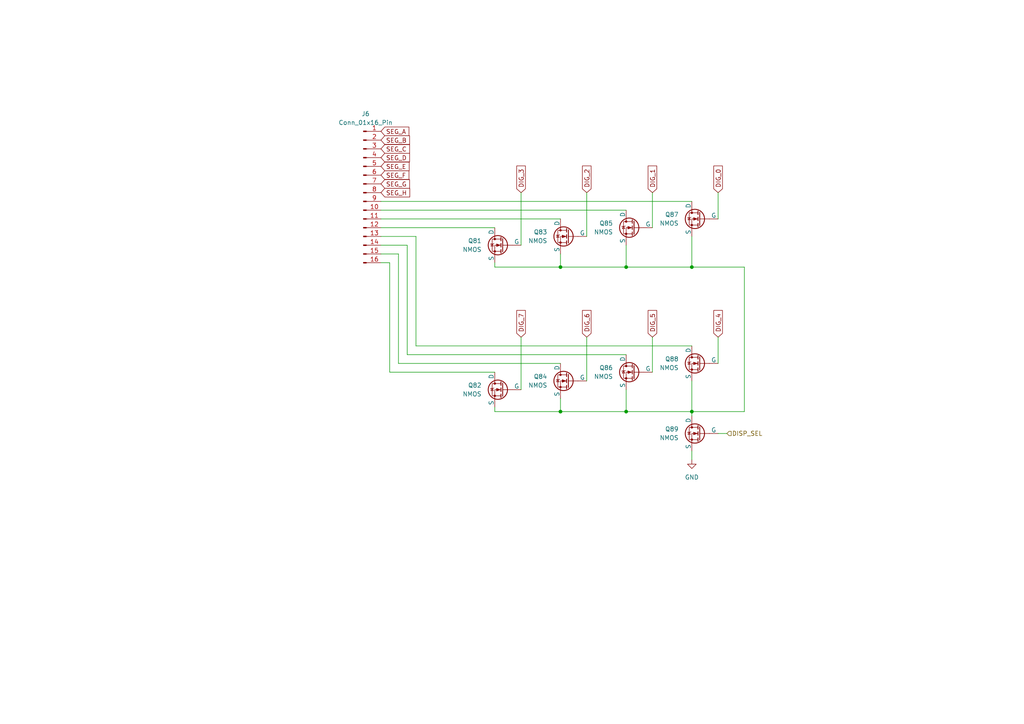
<source format=kicad_sch>
(kicad_sch (version 20231120) (generator "eeschema") (generator_version "8.0")
  (paper "A4")
  (lib_symbols
    (symbol "Connector:Conn_01x16_Pin" (pin_names (offset 1.016) hide)
      (property "Reference" "J" (at 0 20.32 0))
      (property "Value" "Conn_01x16_Pin" (at 0 -22.86 0))
      (symbol "Conn_01x16_Pin_1_1"
        (polyline (pts (xy 1.27 -20.32) (xy 0.8636 -20.32)) (stroke (width 0.1524)))
        (polyline (pts (xy 1.27 -17.78) (xy 0.8636 -17.78)) (stroke (width 0.1524)))
        (polyline (pts (xy 1.27 -15.24) (xy 0.8636 -15.24)) (stroke (width 0.1524)))
        (polyline (pts (xy 1.27 -12.7) (xy 0.8636 -12.7)) (stroke (width 0.1524)))
        (polyline (pts (xy 1.27 -10.16) (xy 0.8636 -10.16)) (stroke (width 0.1524)))
        (polyline (pts (xy 1.27 -7.62) (xy 0.8636 -7.62)) (stroke (width 0.1524)))
        (polyline (pts (xy 1.27 -5.08) (xy 0.8636 -5.08)) (stroke (width 0.1524)))
        (polyline (pts (xy 1.27 -2.54) (xy 0.8636 -2.54)) (stroke (width 0.1524)))
        (polyline (pts (xy 1.27 0) (xy 0.8636 0)) (stroke (width 0.1524)))
        (polyline (pts (xy 1.27 2.54) (xy 0.8636 2.54)) (stroke (width 0.1524)))
        (polyline (pts (xy 1.27 5.08) (xy 0.8636 5.08)) (stroke (width 0.1524)))
        (polyline (pts (xy 1.27 7.62) (xy 0.8636 7.62)) (stroke (width 0.1524)))
        (polyline (pts (xy 1.27 10.16) (xy 0.8636 10.16)) (stroke (width 0.1524)))
        (polyline (pts (xy 1.27 12.7) (xy 0.8636 12.7)) (stroke (width 0.1524)))
        (polyline (pts (xy 1.27 15.24) (xy 0.8636 15.24)) (stroke (width 0.1524)))
        (polyline (pts (xy 1.27 17.78) (xy 0.8636 17.78)) (stroke (width 0.1524)))
        (rectangle (start 0.8636 -20.193) (end 0 -20.447) (stroke (width 0.1524)) (fill (type outline)))
        (rectangle (start 0.8636 -17.653) (end 0 -17.907) (stroke (width 0.1524)) (fill (type outline)))
        (rectangle (start 0.8636 -15.113) (end 0 -15.367) (stroke (width 0.1524)) (fill (type outline)))
        (rectangle (start 0.8636 -12.573) (end 0 -12.827) (stroke (width 0.1524)) (fill (type outline)))
        (rectangle (start 0.8636 -10.033) (end 0 -10.287) (stroke (width 0.1524)) (fill (type outline)))
        (rectangle (start 0.8636 -7.493) (end 0 -7.747) (stroke (width 0.1524)) (fill (type outline)))
        (rectangle (start 0.8636 -4.953) (end 0 -5.207) (stroke (width 0.1524)) (fill (type outline)))
        (rectangle (start 0.8636 -2.413) (end 0 -2.667) (stroke (width 0.1524)) (fill (type outline)))
        (rectangle (start 0.8636 0.127) (end 0 -0.127) (stroke (width 0.1524)) (fill (type outline)))
        (rectangle (start 0.8636 2.667) (end 0 2.413) (stroke (width 0.1524)) (fill (type outline)))
        (rectangle (start 0.8636 5.207) (end 0 4.953) (stroke (width 0.1524)) (fill (type outline)))
        (rectangle (start 0.8636 7.747) (end 0 7.493) (stroke (width 0.1524)) (fill (type outline)))
        (rectangle (start 0.8636 10.287) (end 0 10.033) (stroke (width 0.1524)) (fill (type outline)))
        (rectangle (start 0.8636 12.827) (end 0 12.573) (stroke (width 0.1524)) (fill (type outline)))
        (rectangle (start 0.8636 15.367) (end 0 15.113) (stroke (width 0.1524)) (fill (type outline)))
        (rectangle (start 0.8636 17.907) (end 0 17.653) (stroke (width 0.1524)) (fill (type outline)))
        (pin passive line (at 5.08 17.78 180) (length 3.81) (name "Pin_1") (number "1"))
        (pin passive line (at 5.08 -5.08 180) (length 3.81) (name "Pin_10") (number "10"))
        (pin passive line (at 5.08 -7.62 180) (length 3.81) (name "Pin_11") (number "11"))
        (pin passive line (at 5.08 -10.16 180) (length 3.81) (name "Pin_12") (number "12"))
        (pin passive line (at 5.08 -12.7 180) (length 3.81) (name "Pin_13") (number "13"))
        (pin passive line (at 5.08 -15.24 180) (length 3.81) (name "Pin_14") (number "14"))
        (pin passive line (at 5.08 -17.78 180) (length 3.81) (name "Pin_15") (number "15"))
        (pin passive line (at 5.08 -20.32 180) (length 3.81) (name "Pin_16") (number "16"))
        (pin passive line (at 5.08 15.24 180) (length 3.81) (name "Pin_2") (number "2"))
        (pin passive line (at 5.08 12.7 180) (length 3.81) (name "Pin_3") (number "3"))
        (pin passive line (at 5.08 10.16 180) (length 3.81) (name "Pin_4") (number "4"))
        (pin passive line (at 5.08 7.62 180) (length 3.81) (name "Pin_5") (number "5"))
        (pin passive line (at 5.08 5.08 180) (length 3.81) (name "Pin_6") (number "6"))
        (pin passive line (at 5.08 2.54 180) (length 3.81) (name "Pin_7") (number "7"))
        (pin passive line (at 5.08 0 180) (length 3.81) (name "Pin_8") (number "8"))
        (pin passive line (at 5.08 -2.54 180) (length 3.81) (name "Pin_9") (number "9"))
      )
    )
    (symbol "Simulation_SPICE:NMOS" (pin_numbers hide) (pin_names (offset 0))
      (property "Reference" "Q" (at 5.08 1.27 0))
      (property "Value" "NMOS" (at 5.08 -1.27 0))
      (symbol "NMOS_0_1"
        (polyline (pts (xy 0.254 0) (xy -2.54 0)))
        (polyline (pts (xy 0.254 1.905) (xy 0.254 -1.905)) (stroke (width 0.254)))
        (polyline (pts (xy 0.762 -1.27) (xy 0.762 -2.286)) (stroke (width 0.254)))
        (polyline (pts (xy 0.762 0.508) (xy 0.762 -0.508)) (stroke (width 0.254)))
        (polyline (pts (xy 0.762 2.286) (xy 0.762 1.27)) (stroke (width 0.254)))
        (polyline (pts (xy 2.54 2.54) (xy 2.54 1.778)))
        (polyline (pts (xy 2.54 -2.54) (xy 2.54 0) (xy 0.762 0)))
        (polyline (pts (xy 0.762 -1.778) (xy 3.302 -1.778) (xy 3.302 1.778) (xy 0.762 1.778)))
        (polyline (pts (xy 1.016 0) (xy 2.032 0.381) (xy 2.032 -0.381) (xy 1.016 0)) (fill (type outline)))
        (polyline (pts (xy 2.794 0.508) (xy 2.921 0.381) (xy 3.683 0.381) (xy 3.81 0.254)))
        (polyline (pts (xy 3.302 0.381) (xy 2.921 -0.254) (xy 3.683 -0.254) (xy 3.302 0.381)))
        (circle (center 1.651 0) (radius 2.794) (stroke (width 0.254)))
        (circle (center 2.54 -1.778) (radius 0.254) (fill (type outline)))
        (circle (center 2.54 1.778) (radius 0.254) (fill (type outline)))
      )
      (symbol "NMOS_1_1"
        (pin passive line (at 2.54 5.08 270) (length 2.54) (name "D") (number "1"))
        (pin input line (at -5.08 0 0) (length 2.54) (name "G") (number "2"))
        (pin passive line (at 2.54 -5.08 90) (length 2.54) (name "S") (number "3"))
      )
    )
    (symbol "power:GND" (power) (pin_names (offset 0))
      (property "Value" "GND" (at 0 -3.81 0))
      (symbol "GND_0_1"
        (polyline (pts (xy 0 0) (xy 0 -1.27) (xy 1.27 -1.27) (xy 0 -2.54) (xy -1.27 -1.27) (xy 0 -1.27)))
      )
      (symbol "GND_1_1"
        (pin power_in line (at 0 0 270) (length 0) hide (name "GND") (number "1"))
      )
    )
  )
  (junction (at 200.66 119.38))
  (junction (at 162.56 119.38))
  (junction (at 181.61 119.38))
  (junction (at 181.61 77.47))
  (junction (at 200.66 77.47))
  (junction (at 162.56 77.47))
  (wire (pts (xy 115.57 73.66) (xy 110.49 73.66)))
  (wire (pts (xy 115.57 105.41) (xy 162.56 105.41)))
  (wire (pts (xy 110.49 66.04) (xy 143.51 66.04)))
  (wire (pts (xy 110.49 71.12) (xy 118.11 71.12)))
  (wire (pts (xy 110.49 60.96) (xy 181.61 60.96)))
  (wire (pts (xy 181.61 71.12) (xy 181.61 77.47)))
  (wire (pts (xy 215.9 77.47) (xy 215.9 119.38)))
  (wire (pts (xy 181.61 77.47) (xy 162.56 77.47)))
  (wire (pts (xy 151.13 55.88) (xy 151.13 71.12)))
  (wire (pts (xy 200.66 77.47) (xy 215.9 77.47)))
  (wire (pts (xy 118.11 102.87) (xy 181.61 102.87)))
  (wire (pts (xy 200.66 77.47) (xy 181.61 77.47)))
  (wire (pts (xy 181.61 113.03) (xy 181.61 119.38)))
  (wire (pts (xy 118.11 71.12) (xy 118.11 102.87)))
  (wire (pts (xy 143.51 118.11) (xy 143.51 119.38)))
  (wire (pts (xy 200.66 110.49) (xy 200.66 119.38)))
  (wire (pts (xy 151.13 97.79) (xy 151.13 113.03)))
  (wire (pts (xy 143.51 76.2) (xy 143.51 77.47)))
  (wire (pts (xy 200.66 119.38) (xy 181.61 119.38)))
  (wire (pts (xy 208.28 97.79) (xy 208.28 105.41)))
  (wire (pts (xy 162.56 73.66) (xy 162.56 77.47)))
  (wire (pts (xy 181.61 119.38) (xy 162.56 119.38)))
  (wire (pts (xy 110.49 63.5) (xy 162.56 63.5)))
  (wire (pts (xy 200.66 120.65) (xy 200.66 119.38)))
  (wire (pts (xy 200.66 68.58) (xy 200.66 77.47)))
  (wire (pts (xy 113.03 107.95) (xy 143.51 107.95)))
  (wire (pts (xy 120.65 100.33) (xy 120.65 68.58)))
  (wire (pts (xy 162.56 115.57) (xy 162.56 119.38)))
  (wire (pts (xy 215.9 119.38) (xy 200.66 119.38)))
  (wire (pts (xy 110.49 76.2) (xy 113.03 76.2)))
  (wire (pts (xy 189.23 55.88) (xy 189.23 66.04)))
  (wire (pts (xy 110.49 58.42) (xy 200.66 58.42)))
  (wire (pts (xy 120.65 100.33) (xy 200.66 100.33)))
  (wire (pts (xy 208.28 125.73) (xy 210.82 125.73)))
  (wire (pts (xy 208.28 55.88) (xy 208.28 63.5)))
  (wire (pts (xy 143.51 77.47) (xy 162.56 77.47)))
  (wire (pts (xy 170.18 97.79) (xy 170.18 110.49)))
  (wire (pts (xy 143.51 119.38) (xy 162.56 119.38)))
  (wire (pts (xy 189.23 97.79) (xy 189.23 107.95)))
  (wire (pts (xy 120.65 68.58) (xy 110.49 68.58)))
  (wire (pts (xy 113.03 76.2) (xy 113.03 107.95)))
  (wire (pts (xy 200.66 130.81) (xy 200.66 133.35)))
  (wire (pts (xy 170.18 55.88) (xy 170.18 68.58)))
  (wire (pts (xy 115.57 105.41) (xy 115.57 73.66)))
  (global_label "SEG_G" (shape input) (at 110.49 53.34 0) (property "Intersheetrefs" "${INTERSHEET_REFS}" (effects (hide yes))))
  (global_label "SEG_F" (shape input) (at 110.49 50.8 0) (property "Intersheetrefs" "${INTERSHEET_REFS}" (effects (hide yes))))
  (global_label "DIG_3" (shape input) (at 151.13 55.88 90) (property "Intersheetrefs" "${INTERSHEET_REFS}" (effects (hide yes))))
  (global_label "SEG_H" (shape input) (at 110.49 55.88 0) (property "Intersheetrefs" "${INTERSHEET_REFS}" (effects (hide yes))))
  (global_label "DIG_7" (shape input) (at 151.13 97.79 90) (property "Intersheetrefs" "${INTERSHEET_REFS}" (effects (hide yes))))
  (global_label "DIG_2" (shape input) (at 170.18 55.88 90) (property "Intersheetrefs" "${INTERSHEET_REFS}" (effects (hide yes))))
  (global_label "SEG_D" (shape input) (at 110.49 45.72 0) (property "Intersheetrefs" "${INTERSHEET_REFS}" (effects (hide yes))))
  (global_label "DIG_4" (shape input) (at 208.28 97.79 90) (property "Intersheetrefs" "${INTERSHEET_REFS}" (effects (hide yes))))
  (global_label "DIG_6" (shape input) (at 170.18 97.79 90) (property "Intersheetrefs" "${INTERSHEET_REFS}" (effects (hide yes))))
  (global_label "SEG_C" (shape input) (at 110.49 43.18 0) (property "Intersheetrefs" "${INTERSHEET_REFS}" (effects (hide yes))))
  (global_label "SEG_E" (shape input) (at 110.49 48.26 0) (property "Intersheetrefs" "${INTERSHEET_REFS}" (effects (hide yes))))
  (global_label "DIG_0" (shape input) (at 208.28 55.88 90) (property "Intersheetrefs" "${INTERSHEET_REFS}" (effects (hide yes))))
  (global_label "DIG_1" (shape input) (at 189.23 55.88 90) (property "Intersheetrefs" "${INTERSHEET_REFS}" (effects (hide yes))))
  (global_label "SEG_B" (shape input) (at 110.49 40.64 0) (property "Intersheetrefs" "${INTERSHEET_REFS}" (effects (hide yes))))
  (global_label "SEG_A" (shape input) (at 110.49 38.1 0) (property "Intersheetrefs" "${INTERSHEET_REFS}" (effects (hide yes))))
  (global_label "DIG_5" (shape input) (at 189.23 97.79 90) (property "Intersheetrefs" "${INTERSHEET_REFS}" (effects (hide yes))))
  (hierarchical_label "DISP_SEL" (shape input) (at 210.82 125.73 0))
  (symbol (lib_id "power:GND") (at 200.66 133.35 0) (unit 1)
    (property "Reference" "#PWR056" (effects (hide yes)))
    (property "Value" "GND" (at 200.66 138.43 0))
  )
  (symbol (lib_id "Simulation_SPICE:NMOS") (at 184.15 107.95 0) (mirror y) (unit 1)
    (property "Reference" "Q86" (at 177.8 106.68 0) (effects (justify left)))
    (property "Value" "NMOS" (at 177.8 109.22 0) (effects (justify left)))
    (property "Footprint" "Custom_Library:SOT-23N" (effects (hide yes)))
    (property "Datasheet" "https://ngspice.sourceforge.io/docs/ngspice-manual.pdf" (effects (hide yes)))
    (property "Sim.Device" "NMOS" (effects (hide yes)))
    (property "Sim.Type" "VDMOS" (effects (hide yes)))
    (property "Sim.Pins" "1=D 2=G 3=S" (effects (hide yes)))
  )
  (symbol (lib_id "Simulation_SPICE:NMOS") (at 203.2 125.73 0) (mirror y) (unit 1)
    (property "Reference" "Q89" (at 196.85 124.46 0) (effects (justify left)))
    (property "Value" "NMOS" (at 196.85 127 0) (effects (justify left)))
    (property "Footprint" "Custom_Library:SOT-23N" (effects (hide yes)))
    (property "Datasheet" "https://ngspice.sourceforge.io/docs/ngspice-manual.pdf" (effects (hide yes)))
    (property "Sim.Device" "NMOS" (effects (hide yes)))
    (property "Sim.Type" "VDMOS" (effects (hide yes)))
    (property "Sim.Pins" "1=D 2=G 3=S" (effects (hide yes)))
  )
  (symbol (lib_id "Simulation_SPICE:NMOS") (at 146.05 113.03 0) (mirror y) (unit 1)
    (property "Reference" "Q82" (at 139.7 111.76 0) (effects (justify left)))
    (property "Value" "NMOS" (at 139.7 114.3 0) (effects (justify left)))
    (property "Footprint" "Custom_Library:SOT-23N" (effects (hide yes)))
    (property "Datasheet" "https://ngspice.sourceforge.io/docs/ngspice-manual.pdf" (effects (hide yes)))
    (property "Sim.Device" "NMOS" (effects (hide yes)))
    (property "Sim.Type" "VDMOS" (effects (hide yes)))
    (property "Sim.Pins" "1=D 2=G 3=S" (effects (hide yes)))
  )
  (symbol (lib_id "Simulation_SPICE:NMOS") (at 203.2 63.5 0) (mirror y) (unit 1)
    (property "Reference" "Q87" (at 196.85 62.23 0) (effects (justify left)))
    (property "Value" "NMOS" (at 196.85 64.77 0) (effects (justify left)))
    (property "Footprint" "Custom_Library:SOT-23N" (effects (hide yes)))
    (property "Datasheet" "https://ngspice.sourceforge.io/docs/ngspice-manual.pdf" (effects (hide yes)))
    (property "Sim.Device" "NMOS" (effects (hide yes)))
    (property "Sim.Type" "VDMOS" (effects (hide yes)))
    (property "Sim.Pins" "1=D 2=G 3=S" (effects (hide yes)))
  )
  (symbol (lib_id "Connector:Conn_01x16_Pin") (at 105.41 55.88 0) (unit 1)
    (property "Reference" "J6" (at 106.045 33.02 0))
    (property "Value" "Conn_01x16_Pin" (at 106.045 35.56 0))
    (property "Footprint" "Connector_PinHeader_2.54mm:PinHeader_1x16_P2.54mm_Vertical" (effects (hide yes)))
  )
  (symbol (lib_id "Simulation_SPICE:NMOS") (at 203.2 105.41 0) (mirror y) (unit 1)
    (property "Reference" "Q88" (at 196.85 104.14 0) (effects (justify left)))
    (property "Value" "NMOS" (at 196.85 106.68 0) (effects (justify left)))
    (property "Footprint" "Custom_Library:SOT-23N" (effects (hide yes)))
    (property "Datasheet" "https://ngspice.sourceforge.io/docs/ngspice-manual.pdf" (effects (hide yes)))
    (property "Sim.Device" "NMOS" (effects (hide yes)))
    (property "Sim.Type" "VDMOS" (effects (hide yes)))
    (property "Sim.Pins" "1=D 2=G 3=S" (effects (hide yes)))
  )
  (symbol (lib_id "Simulation_SPICE:NMOS") (at 165.1 68.58 0) (mirror y) (unit 1)
    (property "Reference" "Q83" (at 158.75 67.31 0) (effects (justify left)))
    (property "Value" "NMOS" (at 158.75 69.85 0) (effects (justify left)))
    (property "Footprint" "Custom_Library:SOT-23N" (effects (hide yes)))
    (property "Datasheet" "https://ngspice.sourceforge.io/docs/ngspice-manual.pdf" (effects (hide yes)))
    (property "Sim.Device" "NMOS" (effects (hide yes)))
    (property "Sim.Type" "VDMOS" (effects (hide yes)))
    (property "Sim.Pins" "1=D 2=G 3=S" (effects (hide yes)))
  )
  (symbol (lib_id "Simulation_SPICE:NMOS") (at 184.15 66.04 0) (mirror y) (unit 1)
    (property "Reference" "Q85" (at 177.8 64.77 0) (effects (justify left)))
    (property "Value" "NMOS" (at 177.8 67.31 0) (effects (justify left)))
    (property "Footprint" "Custom_Library:SOT-23N" (effects (hide yes)))
    (property "Datasheet" "https://ngspice.sourceforge.io/docs/ngspice-manual.pdf" (effects (hide yes)))
    (property "Sim.Device" "NMOS" (effects (hide yes)))
    (property "Sim.Type" "VDMOS" (effects (hide yes)))
    (property "Sim.Pins" "1=D 2=G 3=S" (effects (hide yes)))
  )
  (symbol (lib_id "Simulation_SPICE:NMOS") (at 165.1 110.49 0) (mirror y) (unit 1)
    (property "Reference" "Q84" (at 158.75 109.22 0) (effects (justify left)))
    (property "Value" "NMOS" (at 158.75 111.76 0) (effects (justify left)))
    (property "Footprint" "Custom_Library:SOT-23N" (effects (hide yes)))
    (property "Datasheet" "https://ngspice.sourceforge.io/docs/ngspice-manual.pdf" (effects (hide yes)))
    (property "Sim.Device" "NMOS" (effects (hide yes)))
    (property "Sim.Type" "VDMOS" (effects (hide yes)))
    (property "Sim.Pins" "1=D 2=G 3=S" (effects (hide yes)))
  )
  (symbol (lib_id "Simulation_SPICE:NMOS") (at 146.05 71.12 0) (mirror y) (unit 1)
    (property "Reference" "Q81" (at 139.7 69.85 0) (effects (justify left)))
    (property "Value" "NMOS" (at 139.7 72.39 0) (effects (justify left)))
    (property "Footprint" "Custom_Library:SOT-23N" (effects (hide yes)))
    (property "Datasheet" "https://ngspice.sourceforge.io/docs/ngspice-manual.pdf" (effects (hide yes)))
    (property "Sim.Device" "NMOS" (effects (hide yes)))
    (property "Sim.Type" "VDMOS" (effects (hide yes)))
    (property "Sim.Pins" "1=D 2=G 3=S" (effects (hide yes)))
  )
)
</source>
